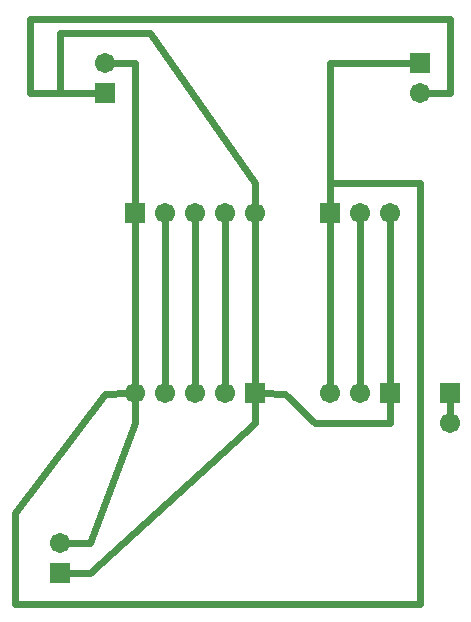
<source format=gtl>
G04 MADE WITH FRITZING*
G04 WWW.FRITZING.ORG*
G04 DOUBLE SIDED*
G04 HOLES PLATED*
G04 CONTOUR ON CENTER OF CONTOUR VECTOR*
%ASAXBY*%
%FSLAX23Y23*%
%MOIN*%
%OFA0B0*%
%SFA1.0B1.0*%
%ADD10C,0.067559*%
%ADD11R,0.067559X0.067559*%
%ADD12C,0.024000*%
%LNCOPPER1*%
G90*
G70*
G54D10*
X1572Y816D03*
X1572Y716D03*
X1172Y1416D03*
X1272Y1416D03*
X1372Y1416D03*
X1372Y816D03*
X1272Y816D03*
X1172Y816D03*
X422Y1816D03*
X422Y1916D03*
X272Y216D03*
X272Y316D03*
X922Y816D03*
X822Y816D03*
X722Y816D03*
X622Y816D03*
X522Y816D03*
X522Y1416D03*
X622Y1416D03*
X722Y1416D03*
X822Y1416D03*
X922Y1416D03*
X1472Y1916D03*
X1472Y1816D03*
G54D11*
X1572Y816D03*
X1172Y1416D03*
X1372Y816D03*
X422Y1816D03*
X272Y216D03*
X922Y816D03*
X522Y1416D03*
X1472Y1916D03*
G54D12*
X372Y217D02*
X297Y216D01*
D02*
X1021Y815D02*
X947Y816D01*
D02*
X1122Y716D02*
X1021Y815D01*
D02*
X1372Y716D02*
X1122Y716D01*
D02*
X1372Y791D02*
X1372Y716D01*
D02*
X522Y1517D02*
X522Y1441D01*
D02*
X522Y1916D02*
X522Y1517D01*
D02*
X447Y1916D02*
X522Y1916D01*
D02*
X922Y716D02*
X372Y217D01*
D02*
X922Y791D02*
X922Y716D01*
D02*
X1372Y841D02*
X1372Y1391D01*
D02*
X1172Y1391D02*
X1172Y841D01*
D02*
X1572Y791D02*
X1572Y741D01*
D02*
X1272Y1391D02*
X1272Y841D01*
D02*
X1172Y1441D02*
X1171Y1517D01*
D02*
X121Y417D02*
X423Y815D01*
D02*
X1171Y1517D02*
X1323Y1517D01*
D02*
X1323Y1517D02*
X1473Y1517D01*
D02*
X423Y815D02*
X497Y816D01*
D02*
X1473Y1517D02*
X1473Y115D01*
D02*
X121Y115D02*
X121Y417D01*
D02*
X1473Y115D02*
X121Y115D01*
D02*
X922Y1517D02*
X573Y2017D01*
D02*
X573Y2017D02*
X271Y2017D01*
D02*
X922Y1441D02*
X922Y1517D01*
D02*
X271Y1817D02*
X397Y1816D01*
D02*
X271Y2017D02*
X271Y1817D01*
D02*
X372Y316D02*
X297Y316D01*
D02*
X522Y716D02*
X372Y316D01*
D02*
X522Y791D02*
X522Y716D01*
D02*
X622Y841D02*
X622Y1391D01*
D02*
X722Y1391D02*
X722Y841D01*
D02*
X822Y1391D02*
X822Y841D01*
D02*
X522Y841D02*
X522Y1391D01*
D02*
X922Y841D02*
X922Y1391D01*
D02*
X1171Y1916D02*
X1172Y1441D01*
D02*
X1447Y1916D02*
X1171Y1916D01*
D02*
X172Y2065D02*
X1572Y2065D01*
D02*
X172Y1817D02*
X172Y2065D01*
D02*
X1572Y2065D02*
X1572Y1817D01*
D02*
X397Y1816D02*
X172Y1817D01*
D02*
X1572Y1817D02*
X1497Y1816D01*
G04 End of Copper1*
M02*
</source>
